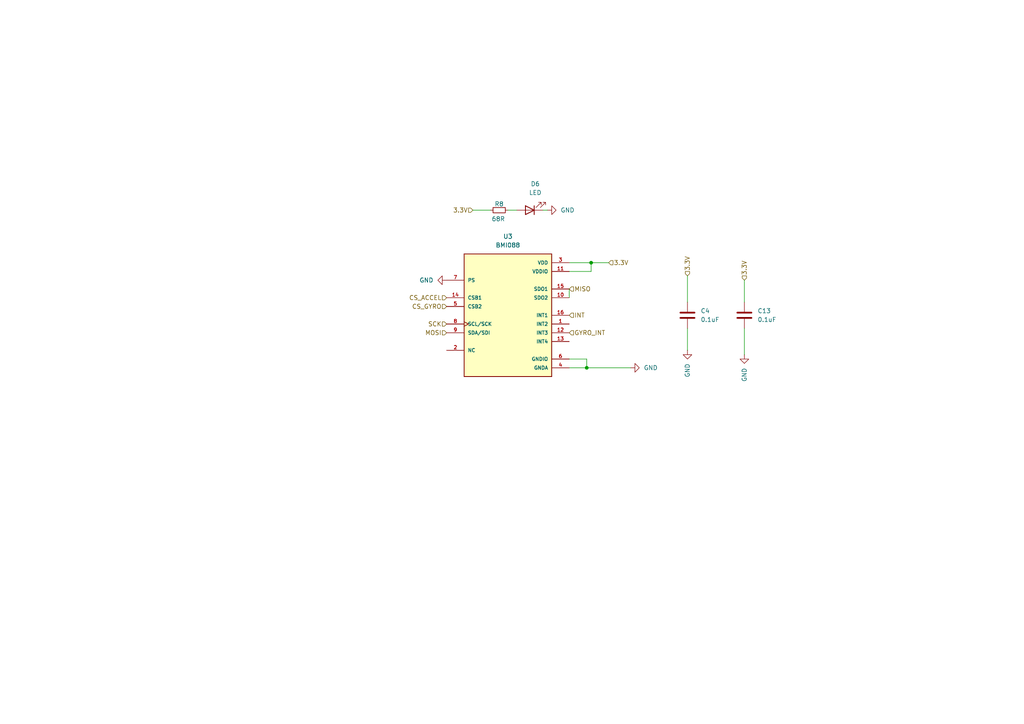
<source format=kicad_sch>
(kicad_sch (version 20250114) (generator "eeschema") (generator_version "9.0")
  (paper "A4")
  (lib_symbols
    (symbol "Device:C" (pin_numbers (hide yes)) (pin_names (offset 0.254))
      (property "Reference" "C" (at 0.635 2.54 0))
      (property "Value" "C" (at 0.635 -2.54 0))
      (symbol "C_0_1"
        (polyline (pts (xy -2.032 0.762) (xy 2.032 0.762)) (stroke (width 0.508)))
        (polyline (pts (xy -2.032 -0.762) (xy 2.032 -0.762)) (stroke (width 0.508)))
      )
      (symbol "C_1_1"
        (pin passive line (at 0 3.81 270) (length 2.794) (name "~") (number "1"))
        (pin passive line (at 0 -3.81 90) (length 2.794) (name "~") (number "2"))
      )
    )
    (symbol "Device:LED" (pin_numbers (hide yes)) (pin_names (offset 1.016) (hide yes))
      (property "Reference" "D" (at 0 2.54 0))
      (property "Value" "LED" (at 0 -2.54 0))
      (symbol "LED_0_1"
        (polyline (pts (xy -3.048 -0.762) (xy -4.572 -2.286) (xy -3.81 -2.286) (xy -4.572 -2.286) (xy -4.572 -1.524)))
        (polyline (pts (xy -1.778 -0.762) (xy -3.302 -2.286) (xy -2.54 -2.286) (xy -3.302 -2.286) (xy -3.302 -1.524)))
        (polyline (pts (xy -1.27 0) (xy 1.27 0)))
        (polyline (pts (xy -1.27 -1.27) (xy -1.27 1.27)) (stroke (width 0.254)))
        (polyline (pts (xy 1.27 -1.27) (xy 1.27 1.27) (xy -1.27 0) (xy 1.27 -1.27)) (stroke (width 0.254)))
      )
      (symbol "LED_1_1"
        (pin passive line (at -3.81 0 0) (length 2.54) (name "K") (number "1"))
        (pin passive line (at 3.81 0 180) (length 2.54) (name "A") (number "2"))
      )
    )
    (symbol "Device:R_Small" (pin_numbers (hide yes)) (pin_names (offset 0.254) (hide yes))
      (property "Reference" "R" (at 0.762 0.508 0))
      (property "Value" "R_Small" (at 0.762 -1.016 0))
      (symbol "R_Small_0_1"
        (rectangle (start -0.762 1.778) (end 0.762 -1.778) (stroke (width 0.2032)))
      )
      (symbol "R_Small_1_1"
        (pin passive line (at 0 2.54 270) (length 0.762) (name "~") (number "1"))
        (pin passive line (at 0 -2.54 90) (length 0.762) (name "~") (number "2"))
      )
    )
    (symbol "bai:BMI088" (pin_names (offset 1.016))
      (property "Reference" "U" (at -12.7 18.415 0))
      (property "Value" "BMI088" (at -12.7 -20.32 0))
      (symbol "BMI088_0_0"
        (rectangle (start -12.7 17.78) (end 12.7 -17.78) (stroke (width 0.254)) (fill (type background)))
        (pin input line (at -17.78 10.16 0) (length 5.08) (name "PS") (number "7"))
        (pin input line (at -17.78 5.08 0) (length 5.08) (name "CSB1") (number "14"))
        (pin input line (at -17.78 2.54 0) (length 5.08) (name "CSB2") (number "5"))
        (pin input clock (at -17.78 -2.54 0) (length 5.08) (name "SCL/SCK") (number "8"))
        (pin bidirectional line (at -17.78 -5.08 0) (length 5.08) (name "SDA/SDI") (number "9"))
        (pin passive line (at -17.78 -10.16 0) (length 5.08) (name "NC") (number "2"))
        (pin power_in line (at 17.78 15.24 180) (length 5.08) (name "VDD") (number "3"))
        (pin power_in line (at 17.78 12.7 180) (length 5.08) (name "VDDIO") (number "11"))
        (pin output line (at 17.78 7.62 180) (length 5.08) (name "SDO1") (number "15"))
        (pin output line (at 17.78 5.08 180) (length 5.08) (name "SDO2") (number "10"))
        (pin bidirectional line (at 17.78 0 180) (length 5.08) (name "INT1") (number "16"))
        (pin bidirectional line (at 17.78 -2.54 180) (length 5.08) (name "INT2") (number "1"))
        (pin bidirectional line (at 17.78 -5.08 180) (length 5.08) (name "INT3") (number "12"))
        (pin bidirectional line (at 17.78 -7.62 180) (length 5.08) (name "INT4") (number "13"))
        (pin power_in line (at 17.78 -12.7 180) (length 5.08) (name "GNDIO") (number "6"))
        (pin power_in line (at 17.78 -15.24 180) (length 5.08) (name "GNDA") (number "4"))
      )
    )
    (symbol "power:GND" (power) (pin_numbers (hide yes)) (pin_names (offset 0) (hide yes))
      (property "Value" "GND" (at 0 -3.81 0))
      (symbol "GND_0_1"
        (polyline (pts (xy 0 0) (xy 0 -1.27) (xy 1.27 -1.27) (xy 0 -2.54) (xy -1.27 -1.27) (xy 0 -1.27)))
      )
      (symbol "GND_1_1"
        (pin power_in line (at 0 0 270) (length 0) (name "~") (number "1"))
      )
    )
  )
  (junction (at 170.18 106.68))
  (junction (at 171.45 76.2))
  (wire (pts (xy 199.39 95.25) (xy 199.39 101.6)))
  (wire (pts (xy 165.1 104.14) (xy 170.18 104.14)))
  (wire (pts (xy 147.32 60.96) (xy 149.86 60.96)))
  (wire (pts (xy 137.16 60.96) (xy 142.24 60.96)))
  (wire (pts (xy 165.1 106.68) (xy 170.18 106.68)))
  (wire (pts (xy 170.18 106.68) (xy 182.88 106.68)))
  (wire (pts (xy 165.1 78.74) (xy 171.45 78.74)))
  (wire (pts (xy 176.53 76.2) (xy 171.45 76.2)))
  (wire (pts (xy 171.45 78.74) (xy 171.45 76.2)))
  (wire (pts (xy 170.18 104.14) (xy 170.18 106.68)))
  (wire (pts (xy 215.9 81.28) (xy 215.9 87.63)))
  (wire (pts (xy 199.39 80.01) (xy 199.39 87.63)))
  (wire (pts (xy 157.48 60.96) (xy 158.75 60.96)))
  (wire (pts (xy 165.1 83.82) (xy 165.1 86.36)))
  (wire (pts (xy 171.45 76.2) (xy 165.1 76.2)))
  (wire (pts (xy 215.9 95.25) (xy 215.9 102.87)))
  (hierarchical_label "GYRO_INT" (shape input) (at 165.1 96.52 0))
  (hierarchical_label "3.3V" (shape input) (at 176.53 76.2 0))
  (hierarchical_label "CS_GYRO" (shape input) (at 129.54 88.9 180))
  (hierarchical_label "3.3V" (shape input) (at 215.9 81.28 90))
  (hierarchical_label "INT" (shape input) (at 165.1 91.44 0))
  (hierarchical_label "3.3V" (shape input) (at 137.16 60.96 180))
  (hierarchical_label "CS_ACCEL" (shape input) (at 129.54 86.36 180))
  (hierarchical_label "MISO" (shape input) (at 165.1 83.82 0))
  (hierarchical_label "SCK" (shape input) (at 129.54 93.98 180))
  (hierarchical_label "3.3V" (shape input) (at 199.39 80.01 90))
  (hierarchical_label "MOSI" (shape input) (at 129.54 96.52 180))
  (symbol (lib_id "Device:R_Small") (at 144.78 60.96 90) (unit 1)
    (property "Reference" "R8" (at 144.78 59.182 90))
    (property "Value" "68R" (at 144.526 63.5 90))
    (property "Footprint" "Resistor_SMD:R_0603_1608Metric_Pad0.98x0.95mm_HandSolder" (effects (hide yes)))
    (property "Description" "Resistor, small symbol" (effects (hide yes)))
  )
  (symbol (lib_id "power:GND") (at 215.9 102.87 0) (unit 1)
    (property "Reference" "#PWR051" (effects (hide yes)))
    (property "Value" "GND" (at 215.9001 106.68 90) (effects (justify right)))
    (property "Description" "Power symbol creates a global label with name \"GND\" , ground" (effects (hide yes)))
  )
  (symbol (lib_id "Device:C") (at 199.39 91.44 0) (unit 1)
    (property "Reference" "C4" (at 203.2 90.1699 0) (effects (justify left)))
    (property "Value" "0.1uF" (at 203.2 92.7099 0) (effects (justify left)))
    (property "Footprint" "Capacitor_SMD:C_0603_1608Metric_Pad1.08x0.95mm_HandSolder" (effects (hide yes)))
    (property "Description" "Unpolarized capacitor" (effects (hide yes)))
  )
  (symbol (lib_id "power:GND") (at 199.39 101.6 0) (unit 1)
    (property "Reference" "#PWR041" (effects (hide yes)))
    (property "Value" "GND" (at 199.3901 105.41 90) (effects (justify right)))
    (property "Description" "Power symbol creates a global label with name \"GND\" , ground" (effects (hide yes)))
  )
  (symbol (lib_id "Device:C") (at 215.9 91.44 0) (unit 1)
    (property "Reference" "C13" (at 219.71 90.1699 0) (effects (justify left)))
    (property "Value" "0.1uF" (at 219.71 92.7099 0) (effects (justify left)))
    (property "Footprint" "Capacitor_SMD:C_0603_1608Metric_Pad1.08x0.95mm_HandSolder" (effects (hide yes)))
    (property "Description" "Unpolarized capacitor" (effects (hide yes)))
  )
  (symbol (lib_id "bai:BMI088") (at 147.32 91.44 0) (unit 1)
    (property "Reference" "U3" (at 147.32 68.58 0))
    (property "Value" "BMI088" (at 147.32 71.12 0))
    (property "Footprint" "Bai:BMI088SMT" (effects (hide yes)))
    (property "Description" "Accelerometer, Gyroscope, 6 Axis Sensor I²C, SPI Output" (effects (hide yes)))
    (property "MF" "Bosch Sensortec" (effects (hide yes)))
    (property "PURCHASE-URL" "https://pricing.snapeda.com/search/part/BMI088/?ref=eda" (effects (hide yes)))
    (property "PACKAGE" "VFLGA-16 Bosch Sensortec" (effects (hide yes)))
    (property "PRICE" "None" (effects (hide yes)))
    (property "MP" "BMI088" (effects (hide yes)))
    (property "AVAILABILITY" "In Stock" (effects (hide yes)))
  )
  (symbol (lib_id "power:GND") (at 182.88 106.68 90) (unit 1)
    (property "Reference" "#PWR021" (effects (hide yes)))
    (property "Value" "GND" (at 186.69 106.6799 90) (effects (justify right)))
    (property "Description" "Power symbol creates a global label with name \"GND\" , ground" (effects (hide yes)))
  )
  (symbol (lib_id "power:GND") (at 129.54 81.28 270) (unit 1)
    (property "Reference" "#PWR042" (effects (hide yes)))
    (property "Value" "GND" (at 125.73 81.2801 90) (effects (justify right)))
    (property "Description" "Power symbol creates a global label with name \"GND\" , ground" (effects (hide yes)))
  )
  (symbol (lib_id "power:GND") (at 158.75 60.96 90) (unit 1)
    (property "Reference" "#PWR020" (effects (hide yes)))
    (property "Value" "GND" (at 162.56 60.9599 90) (effects (justify right)))
    (property "Description" "Power symbol creates a global label with name \"GND\" , ground" (effects (hide yes)))
  )
  (symbol (lib_id "Device:LED") (at 153.67 60.96 180) (unit 1)
    (property "Reference" "D6" (at 155.2575 53.34 0))
    (property "Value" "LED" (at 155.2575 55.88 0))
    (property "Footprint" "LED_SMD:LED_0603_1608Metric" (effects (hide yes)))
    (property "Description" "Light emitting diode" (effects (hide yes)))
    (property "Sim.Pins" "1=K 2=A" (effects (hide yes)))
  )
)
</source>
